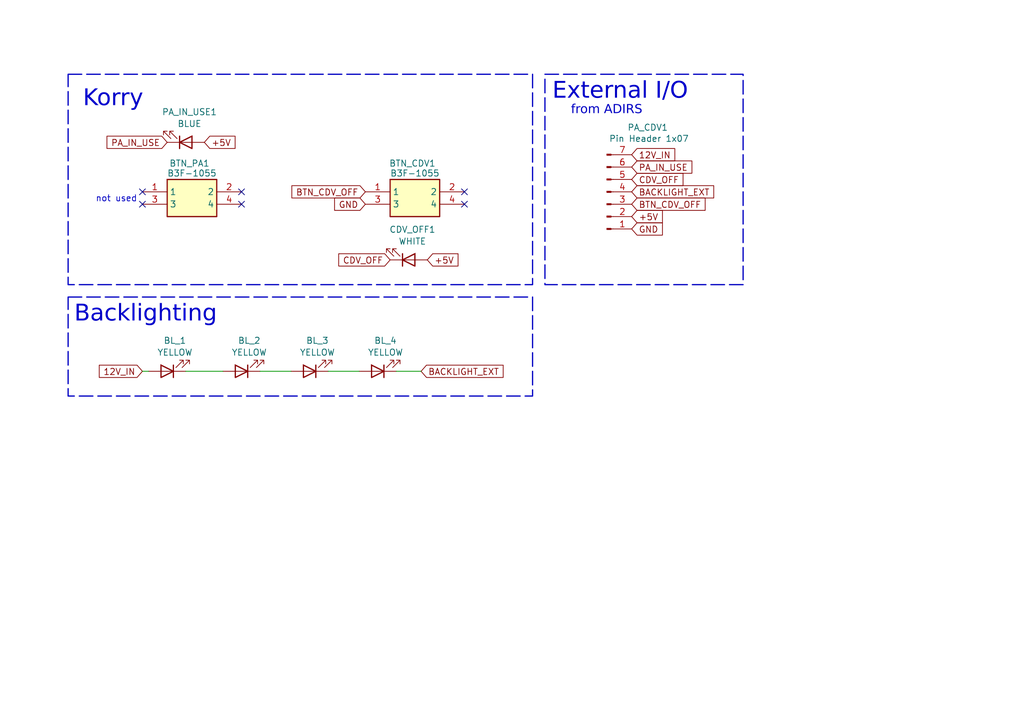
<source format=kicad_sch>
(kicad_sch (version 20231120) (generator "eeschema") (generator_version "8.0")
  (paper "A5")
  (title_block (title "PA_CDV Panel") (date "2024-12-08") (rev "V1.0") (company "S.K.") (comment 1 "Connected to ADIRS Panel"))
  (lib_symbols
    (symbol "Connector:Conn_01x07_Pin" (pin_names (offset 1.016) hide)
      (property "Reference" "J" (at 0 10.16 0))
      (property "Value" "Conn_01x07_Pin" (at 0 -10.16 0))
      (symbol "Conn_01x07_Pin_1_1"
        (polyline (pts (xy 1.27 -7.62) (xy 0.8636 -7.62)) (stroke (width 0.1524)))
        (polyline (pts (xy 1.27 -5.08) (xy 0.8636 -5.08)) (stroke (width 0.1524)))
        (polyline (pts (xy 1.27 -2.54) (xy 0.8636 -2.54)) (stroke (width 0.1524)))
        (polyline (pts (xy 1.27 0) (xy 0.8636 0)) (stroke (width 0.1524)))
        (polyline (pts (xy 1.27 2.54) (xy 0.8636 2.54)) (stroke (width 0.1524)))
        (polyline (pts (xy 1.27 5.08) (xy 0.8636 5.08)) (stroke (width 0.1524)))
        (polyline (pts (xy 1.27 7.62) (xy 0.8636 7.62)) (stroke (width 0.1524)))
        (rectangle (start 0.8636 -7.493) (end 0 -7.747) (stroke (width 0.1524)) (fill (type outline)))
        (rectangle (start 0.8636 -4.953) (end 0 -5.207) (stroke (width 0.1524)) (fill (type outline)))
        (rectangle (start 0.8636 -2.413) (end 0 -2.667) (stroke (width 0.1524)) (fill (type outline)))
        (rectangle (start 0.8636 0.127) (end 0 -0.127) (stroke (width 0.1524)) (fill (type outline)))
        (rectangle (start 0.8636 2.667) (end 0 2.413) (stroke (width 0.1524)) (fill (type outline)))
        (rectangle (start 0.8636 5.207) (end 0 4.953) (stroke (width 0.1524)) (fill (type outline)))
        (rectangle (start 0.8636 7.747) (end 0 7.493) (stroke (width 0.1524)) (fill (type outline)))
        (pin passive line (at 5.08 7.62 180) (length 3.81) (name "Pin_1") (number "1"))
        (pin passive line (at 5.08 5.08 180) (length 3.81) (name "Pin_2") (number "2"))
        (pin passive line (at 5.08 2.54 180) (length 3.81) (name "Pin_3") (number "3"))
        (pin passive line (at 5.08 0 180) (length 3.81) (name "Pin_4") (number "4"))
        (pin passive line (at 5.08 -2.54 180) (length 3.81) (name "Pin_5") (number "5"))
        (pin passive line (at 5.08 -5.08 180) (length 3.81) (name "Pin_6") (number "6"))
        (pin passive line (at 5.08 -7.62 180) (length 3.81) (name "Pin_7") (number "7"))
      )
    )
    (symbol "Device:LED" (pin_numbers hide) (pin_names (offset 1.016) hide)
      (property "Reference" "D" (at 0 2.54 0))
      (property "Value" "LED" (at 0 -2.54 0))
      (symbol "LED_0_1"
        (polyline (pts (xy -1.27 -1.27) (xy -1.27 1.27)) (stroke (width 0.254)))
        (polyline (pts (xy -1.27 0) (xy 1.27 0)))
        (polyline (pts (xy 1.27 -1.27) (xy 1.27 1.27) (xy -1.27 0) (xy 1.27 -1.27)) (stroke (width 0.254)))
        (polyline (pts (xy -3.048 -0.762) (xy -4.572 -2.286) (xy -3.81 -2.286) (xy -4.572 -2.286) (xy -4.572 -1.524)))
        (polyline (pts (xy -1.778 -0.762) (xy -3.302 -2.286) (xy -2.54 -2.286) (xy -3.302 -2.286) (xy -3.302 -1.524)))
      )
      (symbol "LED_1_1"
        (pin passive line (at -3.81 0 0) (length 2.54) (name "K") (number "1"))
        (pin passive line (at 3.81 0 180) (length 2.54) (name "A") (number "2"))
      )
    )
    (symbol "SamacSys_Parts:B3F-1055"
      (property "Reference" "SW" (at 5.588 7.62 0))
      (property "Value" "B3F-1055" (at 5.334 5.08 0))
      (symbol "B3F-1055_1_1"
        (rectangle (start 5.08 2.54) (end 15.24 -5.08) (stroke (width 0.254)) (fill (type background)))
        (pin passive line (at 20.32 -2.54 180) (length 5.08) (name "1") (number "1"))
        (pin passive line (at 0 -2.54 0) (length 5.08) (name "2") (number "2"))
        (pin passive line (at 20.32 0 180) (length 5.08) (name "3") (number "3"))
        (pin passive line (at 0 0 0) (length 5.08) (name "4") (number "4"))
      )
    )
  )
  (no_connect (at 29.21 41.91))
  (no_connect (at 95.25 41.91))
  (no_connect (at 95.25 39.37))
  (no_connect (at 49.53 39.37))
  (no_connect (at 49.53 41.91))
  (no_connect (at 29.21 39.37))
  (wire (pts (xy 53.34 76.2) (xy 59.69 76.2)))
  (wire (pts (xy 81.28 76.2) (xy 86.36 76.2)))
  (wire (pts (xy 29.21 76.2) (xy 30.48 76.2)))
  (wire (pts (xy 38.1 76.2) (xy 45.72 76.2)))
  (wire (pts (xy 67.31 76.2) (xy 73.66 76.2)))
  (rectangle (start 111.76 15.24) (end 152.4 58.42) (stroke (width 0.254) (type dash)))
  (rectangle (start 13.9699 60.96) (end 109.22 81.28) (stroke (width 0.254) (type dash)))
  (rectangle (start 13.97 15.24) (end 109.22 58.42) (stroke (width 0.254) (type dash)))
  (text "External I/O" (at 113.284 17.78 0) (effects (font (size 3.3782 3.3782)) (justify left top)))
  (text "from ADIRS" (at 117.094 22.098 0) (effects (font (size 1.8288 1.8288)) (justify left top)))
  (text "Backlighting" (at 15.24 63.5 0) (effects (font (size 3.3782 3.3782)) (justify left top)))
  (text "Korry" (at 17.018 19.304 0) (effects (font (size 3.3782 3.3782)) (justify left top)))
  (text "not used" (at 23.876 40.894 0) (effects (font (size 1.27 1.27))))
  (global_label "GND" (shape input) (at 74.93 41.91 180) (property "Intersheetrefs" "${INTERSHEET_REFS}" (effects (hide yes))))
  (global_label "+5V" (shape input) (at 87.63 53.34 0) (property "Intersheetrefs" "${INTERSHEET_REFS}" (effects (hide yes))))
  (global_label "BTN_CDV_OFF" (shape input) (at 129.54 41.91 0) (property "Intersheetrefs" "${INTERSHEET_REFS}" (effects (hide yes))))
  (global_label "BACKLIGHT_EXT" (shape input) (at 86.36 76.2 0) (property "Intersheetrefs" "${INTERSHEET_REFS}" (effects (hide yes))))
  (global_label "PA_IN_USE" (shape input) (at 34.29 29.21 180) (property "Intersheetrefs" "${INTERSHEET_REFS}" (effects (hide yes))))
  (global_label "12V_IN" (shape input) (at 29.21 76.2 180) (property "Intersheetrefs" "${INTERSHEET_REFS}" (effects (hide yes))))
  (global_label "BTN_CDV_OFF" (shape input) (at 74.93 39.37 180) (property "Intersheetrefs" "${INTERSHEET_REFS}" (effects (hide yes))))
  (global_label "PA_IN_USE" (shape input) (at 129.54 34.29 0) (property "Intersheetrefs" "${INTERSHEET_REFS}" (effects (hide yes))))
  (global_label "+5V" (shape input) (at 129.54 44.45 0) (property "Intersheetrefs" "${INTERSHEET_REFS}" (effects (hide yes))))
  (global_label "12V_IN" (shape input) (at 129.54 31.75 0) (property "Intersheetrefs" "${INTERSHEET_REFS}" (effects (hide yes))))
  (global_label "CDV_OFF" (shape input) (at 80.01 53.34 180) (property "Intersheetrefs" "${INTERSHEET_REFS}" (effects (hide yes))))
  (global_label "GND" (shape input) (at 129.54 46.99 0) (property "Intersheetrefs" "${INTERSHEET_REFS}" (effects (hide yes))))
  (global_label "+5V" (shape input) (at 41.91 29.21 0) (property "Intersheetrefs" "${INTERSHEET_REFS}" (effects (hide yes))))
  (global_label "BACKLIGHT_EXT" (shape input) (at 129.54 39.37 0) (property "Intersheetrefs" "${INTERSHEET_REFS}" (effects (hide yes))))
  (global_label "CDV_OFF" (shape input) (at 129.54 36.83 0) (property "Intersheetrefs" "${INTERSHEET_REFS}" (effects (hide yes))))
  (symbol (lib_id "Device:LED") (at 49.53 76.2 180) (unit 1)
    (property "Reference" "BL_2" (at 51.1175 69.8965 0))
    (property "Value" "YELLOW" (at 51.1175 72.3208 0))
    (property "Footprint" "LED_THT:LED_D3.0mm" (effects (hide yes)))
    (property "Description" "Light emitting diode" (effects (hide yes)))
  )
  (symbol (lib_id "Device:LED") (at 63.5 76.2 180) (unit 1)
    (property "Reference" "BL_3" (at 65.0875 69.8965 0))
    (property "Value" "YELLOW" (at 65.0875 72.3208 0))
    (property "Footprint" "LED_THT:LED_D3.0mm" (effects (hide yes)))
    (property "Description" "Light emitting diode" (effects (hide yes)))
  )
  (symbol (lib_id "Connector:Conn_01x07_Pin") (at 124.46 39.37 0) (mirror x) (unit 1)
    (property "Reference" "PA_CDV1" (at 132.842 26.162 0))
    (property "Value" "Pin Header 1x07" (at 133.096 28.448 0))
    (property "Footprint" "Connector_JST:JST_EH_B7B-EH-A_1x07_P2.50mm_Vertical" (effects (hide yes)))
    (property "Description" "Generic connector, single row, 01x07, script generated" (effects (hide yes)))
  )
  (symbol (lib_id "Device:LED") (at 83.82 53.34 0) (mirror x) (unit 1)
    (property "Reference" "CDV_OFF1" (at 84.582 47.1057 0))
    (property "Value" "WHITE" (at 84.582 49.53 0))
    (property "Footprint" "LED_THT:LED_D3.0mm" (effects (hide yes)))
    (property "Description" "Light emitting diode" (effects (hide yes)))
  )
  (symbol (lib_id "SamacSys_Parts:B3F-1055") (at 95.25 41.91 180) (unit 1)
    (property "Reference" "BTN_CDV1" (at 84.582 33.528 0))
    (property "Value" "B3F-1055" (at 85.09 35.56 0))
    (property "Footprint" "SamacSys_Parts:B3F1000" (effects (hide yes)))
    (property "Datasheet" "https://omronfs.omron.com/en_US/ecb/products/pdf/en-b3f.pdf" (effects (hide yes)))
    (property "Description" "OMRON ELECTRONIC COMPONENTS - B3F-1055 - SWITCH, TACTILE, SPST-NO, 50mA, THOUGH HOLE" (effects (hide yes)))
    (property "Mouser Part Number" "653-B3F-1055" (effects (hide yes)))
    (property "Mouser Price/Stock" "https://www.mouser.co.uk/ProductDetail/Omron-Electronics/B3F-1055?qs=1tDaWCEHQQ77i2BzV2Yqkw%3D%3D" (effects (hide yes)))
    (property "Manufacturer_Name" "Omron Electronics" (effects (hide yes)))
    (property "Manufacturer_Part_Number" "B3F-1055" (effects (hide yes)))
  )
  (symbol (lib_id "SamacSys_Parts:B3F-1055") (at 49.53 41.91 180) (unit 1)
    (property "Reference" "BTN_PA1" (at 38.862 33.528 0))
    (property "Value" "B3F-1055" (at 39.37 35.56 0))
    (property "Footprint" "SamacSys_Parts:B3F1000" (effects (hide yes)))
    (property "Datasheet" "https://omronfs.omron.com/en_US/ecb/products/pdf/en-b3f.pdf" (effects (hide yes)))
    (property "Description" "OMRON ELECTRONIC COMPONENTS - B3F-1055 - SWITCH, TACTILE, SPST-NO, 50mA, THOUGH HOLE" (effects (hide yes)))
    (property "Mouser Part Number" "653-B3F-1055" (effects (hide yes)))
    (property "Mouser Price/Stock" "https://www.mouser.co.uk/ProductDetail/Omron-Electronics/B3F-1055?qs=1tDaWCEHQQ77i2BzV2Yqkw%3D%3D" (effects (hide yes)))
    (property "Manufacturer_Name" "Omron Electronics" (effects (hide yes)))
    (property "Manufacturer_Part_Number" "B3F-1055" (effects (hide yes)))
  )
  (symbol (lib_id "Device:LED") (at 34.29 76.2 180) (unit 1)
    (property "Reference" "BL_1" (at 35.8775 69.8965 0))
    (property "Value" "YELLOW" (at 35.8775 72.3208 0))
    (property "Footprint" "LED_THT:LED_D3.0mm" (effects (hide yes)))
    (property "Description" "Light emitting diode" (effects (hide yes)))
  )
  (symbol (lib_id "Device:LED") (at 38.1 29.21 0) (mirror x) (unit 1)
    (property "Reference" "PA_IN_USE1" (at 38.862 22.9757 0))
    (property "Value" "BLUE" (at 38.862 25.4 0))
    (property "Footprint" "LED_THT:LED_D3.0mm" (effects (hide yes)))
    (property "Description" "Light emitting diode" (effects (hide yes)))
  )
  (symbol (lib_id "Device:LED") (at 77.47 76.2 180) (unit 1)
    (property "Reference" "BL_4" (at 79.0575 69.8965 0))
    (property "Value" "YELLOW" (at 79.0575 72.3208 0))
    (property "Footprint" "LED_THT:LED_D3.0mm" (effects (hide yes)))
    (property "Description" "Light emitting diode" (effects (hide yes)))
  )
)
</source>
